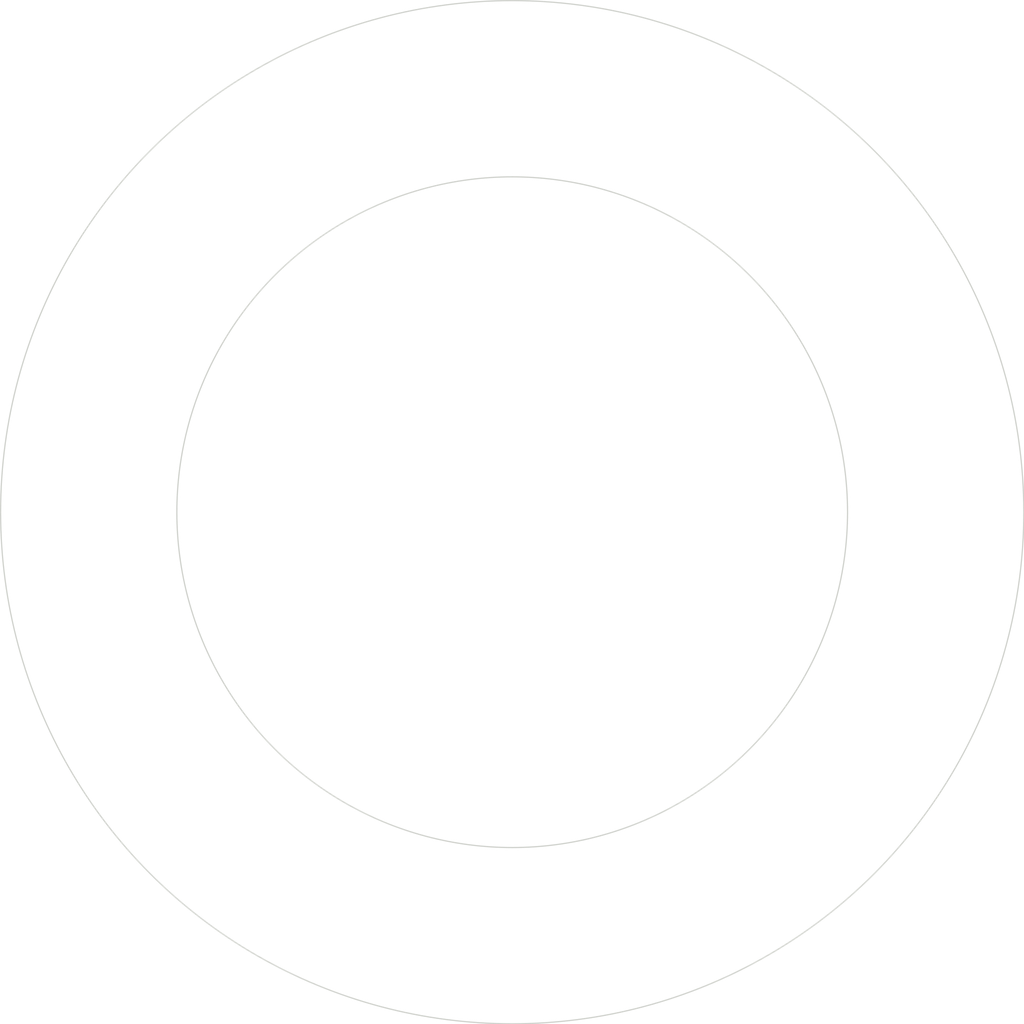
<source format=kicad_pcb>
(kicad_pcb (version 20211014) (generator pcbnew)

  (general
    (thickness 1.6)
  )

  (paper "A4")
  (layers
    (0 "F.Cu" signal)
    (31 "B.Cu" signal)
    (32 "B.Adhes" user "B.Adhesive")
    (33 "F.Adhes" user "F.Adhesive")
    (34 "B.Paste" user)
    (35 "F.Paste" user)
    (36 "B.SilkS" user "B.Silkscreen")
    (37 "F.SilkS" user "F.Silkscreen")
    (38 "B.Mask" user)
    (39 "F.Mask" user)
    (40 "Dwgs.User" user "User.Drawings")
    (41 "Cmts.User" user "User.Comments")
    (42 "Eco1.User" user "User.Eco1")
    (43 "Eco2.User" user "User.Eco2")
    (44 "Edge.Cuts" user)
    (45 "Margin" user)
    (46 "B.CrtYd" user "B.Courtyard")
    (47 "F.CrtYd" user "F.Courtyard")
    (48 "B.Fab" user)
    (49 "F.Fab" user)
    (50 "User.1" user)
    (51 "User.2" user)
    (52 "User.3" user)
    (53 "User.4" user)
    (54 "User.5" user)
    (55 "User.6" user)
    (56 "User.7" user)
    (57 "User.8" user)
    (58 "User.9" user)
  )

  (setup
    (pad_to_mask_clearance 0)
    (pcbplotparams
      (layerselection 0x00010fc_ffffffff)
      (disableapertmacros false)
      (usegerberextensions false)
      (usegerberattributes true)
      (usegerberadvancedattributes true)
      (creategerberjobfile true)
      (svguseinch false)
      (svgprecision 6)
      (excludeedgelayer true)
      (plotframeref false)
      (viasonmask false)
      (mode 1)
      (useauxorigin false)
      (hpglpennumber 1)
      (hpglpenspeed 20)
      (hpglpendiameter 15.000000)
      (dxfpolygonmode true)
      (dxfimperialunits true)
      (dxfusepcbnewfont true)
      (psnegative false)
      (psa4output false)
      (plotreference true)
      (plotvalue true)
      (plotinvisibletext false)
      (sketchpadsonfab false)
      (subtractmaskfromsilk false)
      (outputformat 1)
      (mirror false)
      (drillshape 1)
      (scaleselection 1)
      (outputdirectory "")
    )
  )

  (net 0 "")

  (gr_circle (center 200 100) (end 213.7 100) (layer "Edge.Cuts") (width 0.05) (fill none) (tstamp 0a127740-4e7c-45a4-9d1b-0275da592592))
  (gr_circle (center 200 100) (end 220.9 100) (layer "Edge.Cuts") (width 0.05) (fill none) (tstamp d19e1192-6ce8-4740-ba62-767b20e46129))

)

</source>
